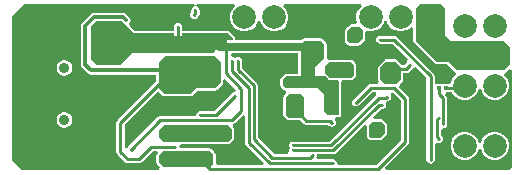
<source format=gbl>
G04*
G04 #@! TF.GenerationSoftware,Altium Limited,Altium Designer,22.7.1 (60)*
G04*
G04 Layer_Physical_Order=2*
G04 Layer_Color=16711680*
%FSLAX25Y25*%
%MOIN*%
G70*
G04*
G04 #@! TF.SameCoordinates,1362A066-ECE3-457F-9539-8A17BD865AD3*
G04*
G04*
G04 #@! TF.FilePolarity,Positive*
G04*
G01*
G75*
%ADD10C,0.00984*%
%ADD16R,0.02756X0.03543*%
%ADD18R,0.03543X0.02756*%
%ADD19R,0.02756X0.05118*%
%ADD20R,0.03800X0.03100*%
%ADD22R,0.03100X0.03800*%
%ADD23R,0.01181X0.01181*%
%ADD47C,0.01102*%
%ADD50C,0.07874*%
%ADD51C,0.03543*%
%ADD52C,0.00984*%
%ADD53R,0.04134X0.02559*%
%ADD54R,0.06299X0.03543*%
%ADD55R,0.06299X0.12992*%
%ADD56R,0.06299X0.04724*%
%ADD57C,0.01181*%
%ADD58C,0.02756*%
G36*
X118670Y57271D02*
X118760Y56819D01*
X117991Y56050D01*
X117369Y54973D01*
X117047Y53772D01*
Y52528D01*
X117298Y51590D01*
X116854Y50803D01*
X115303D01*
X114996Y50742D01*
X114736Y50568D01*
X114180Y50011D01*
X114159Y50000D01*
X114080Y49930D01*
X113993Y49872D01*
X113409Y49288D01*
X113235Y49028D01*
X113173Y48720D01*
X113173Y45294D01*
X113173Y45294D01*
X113235Y44987D01*
X113409Y44727D01*
X113409Y44727D01*
X114168Y43968D01*
X114168Y43968D01*
X114428Y43794D01*
X114735Y43733D01*
X117665D01*
X117973Y43794D01*
X118233Y43968D01*
X118233Y43968D01*
X119761Y45495D01*
X119935Y45756D01*
X119996Y46063D01*
Y48088D01*
X120620Y48567D01*
X121150Y48425D01*
X122394D01*
X123595Y48747D01*
X124672Y49369D01*
X125552Y50249D01*
X126174Y51326D01*
X126364Y52035D01*
X127179D01*
X127369Y51326D01*
X127991Y50249D01*
X128871Y49369D01*
X129948Y48747D01*
X131150Y48425D01*
X132394D01*
X133595Y48747D01*
X134672Y49369D01*
X135221Y49917D01*
X136008Y49591D01*
Y45276D01*
X136069Y44968D01*
X136243Y44708D01*
X143133Y37818D01*
X143394Y37644D01*
X143701Y37583D01*
X147305D01*
X150023Y34865D01*
X150047Y34849D01*
X150144Y34469D01*
X150160Y34115D01*
X150119Y33926D01*
X149369Y33176D01*
X148747Y32099D01*
X148597Y31540D01*
X148228Y30906D01*
X143110D01*
X143097Y31688D01*
Y33465D01*
X142993Y33987D01*
X142697Y34430D01*
X130453Y46674D01*
X130010Y46970D01*
X129488Y47074D01*
X124942D01*
X124420Y46970D01*
X123977Y46674D01*
X123681Y46231D01*
X123577Y45709D01*
X123681Y45186D01*
X123977Y44744D01*
X124420Y44448D01*
X124942Y44344D01*
X128923D01*
X134180Y39086D01*
X134009Y38145D01*
X133919Y38085D01*
X133065Y37231D01*
X132211D01*
X130489Y38954D01*
X130228Y39128D01*
X129921Y39189D01*
X126969D01*
X126969Y39189D01*
X126661Y39128D01*
X126401Y38954D01*
X124432Y36985D01*
X124258Y36725D01*
X124197Y36417D01*
Y32480D01*
X124258Y32173D01*
X124432Y31913D01*
X124548Y31797D01*
X124247Y31069D01*
X121831D01*
X121308Y30966D01*
X120866Y30670D01*
X115900Y25704D01*
X115604Y25261D01*
X115500Y24739D01*
X115604Y24217D01*
X115900Y23774D01*
X116343Y23478D01*
X116865Y23374D01*
X117387Y23478D01*
X117830Y23774D01*
X122396Y28340D01*
X123526D01*
X123612Y28213D01*
X123660Y27312D01*
X108085Y11738D01*
X95866D01*
X95740Y11713D01*
X95612D01*
X95493Y11663D01*
X95367Y11638D01*
X95260Y11567D01*
X95141Y11518D01*
X95051Y11427D01*
X94944Y11356D01*
X94872Y11249D01*
X94781Y11158D01*
X94732Y11039D01*
X94661Y10932D01*
X94636Y10806D01*
X94587Y10688D01*
Y10559D01*
X94561Y10433D01*
X94587Y10307D01*
Y10179D01*
X94636Y10060D01*
X94661Y9934D01*
X94732Y9827D01*
X94781Y9708D01*
X94839Y9651D01*
X94605Y9302D01*
X94501Y8779D01*
X94567Y8451D01*
X94236Y7859D01*
X94055Y7664D01*
X89542D01*
X84101Y13105D01*
Y30453D01*
X83997Y30975D01*
X83701Y31418D01*
X79022Y36097D01*
Y38484D01*
X78918Y39007D01*
X78623Y39449D01*
X78180Y39745D01*
X77658Y39849D01*
X77135Y39745D01*
X76556Y39548D01*
X76113Y39844D01*
X75757Y39914D01*
X75245Y40620D01*
X75414Y41099D01*
X97622D01*
Y34267D01*
X93504D01*
X93504Y34267D01*
X93197Y34206D01*
X92936Y34032D01*
X91952Y33048D01*
X91778Y32787D01*
X91717Y32480D01*
Y30512D01*
X91717Y30512D01*
X91778Y30205D01*
X91952Y29944D01*
X92936Y28960D01*
X93197Y28786D01*
X93452Y28735D01*
X93525Y28640D01*
X93532Y28628D01*
X93731Y27937D01*
X92936Y27143D01*
X92936Y27143D01*
X92762Y26882D01*
X92701Y26575D01*
Y20669D01*
X92701Y20669D01*
X92762Y20362D01*
X92936Y20102D01*
X93920Y19117D01*
X94181Y18943D01*
X94488Y18882D01*
X98282D01*
X99429Y17736D01*
X99871Y17440D01*
X100394Y17336D01*
X107702D01*
X107991Y17047D01*
X108434Y16751D01*
X108956Y16648D01*
X109478Y16751D01*
X109921Y17047D01*
X110217Y17490D01*
X110321Y18012D01*
X110217Y18535D01*
X109921Y18978D01*
X109795Y19104D01*
X110121Y19891D01*
X111250D01*
X111328Y19907D01*
X112037D01*
Y20617D01*
X112053Y20694D01*
Y31496D01*
X112093Y31698D01*
X112321Y32029D01*
X112373Y32082D01*
X112628Y32268D01*
X115354D01*
X115662Y32329D01*
X115922Y32503D01*
X116709Y33291D01*
X116883Y33551D01*
X116945Y33858D01*
Y37402D01*
X116883Y37709D01*
X116709Y37969D01*
X115922Y38757D01*
X115662Y38931D01*
X115354Y38992D01*
X107874D01*
X107705Y38958D01*
X107505Y39076D01*
X107336Y39228D01*
X107082Y39554D01*
X107102Y39655D01*
Y44291D01*
X107102Y44291D01*
X107041Y44599D01*
X106867Y44859D01*
X105883Y45843D01*
X105883Y45843D01*
X105622Y46017D01*
X105315Y46078D01*
X99410D01*
X99410Y46078D01*
X99102Y46017D01*
X98842Y45843D01*
X98513Y45515D01*
X76590D01*
Y46260D01*
X76529Y46567D01*
X76355Y46828D01*
X76355Y46828D01*
X74692Y48491D01*
X74431Y48665D01*
X74124Y48726D01*
X58845D01*
Y50000D01*
X58741Y50522D01*
X58445Y50965D01*
X58003Y51261D01*
X57480Y51365D01*
X56958Y51261D01*
X56515Y50965D01*
X56219Y50522D01*
X56116Y50000D01*
Y48726D01*
X42960D01*
X41417Y50270D01*
X41345Y51169D01*
X41649Y51625D01*
X41756Y52162D01*
X41649Y52700D01*
X41345Y53156D01*
X40358Y54143D01*
X39902Y54448D01*
X39364Y54555D01*
X29528D01*
X28990Y54448D01*
X28534Y54143D01*
X25581Y51190D01*
X25277Y50735D01*
X25170Y50197D01*
Y37402D01*
X25277Y36864D01*
X25581Y36408D01*
X27550Y34440D01*
X28006Y34135D01*
X28543Y34028D01*
X50378D01*
Y31879D01*
X37421Y18922D01*
X37125Y18479D01*
X37021Y17957D01*
Y8268D01*
X37125Y7745D01*
X37421Y7303D01*
X39819Y4905D01*
X40261Y4609D01*
X40784Y4505D01*
X44469D01*
X44991Y4609D01*
X45434Y4905D01*
X49105Y8576D01*
X50507D01*
X50808Y7849D01*
X50613Y7654D01*
X50439Y7394D01*
X50378Y7087D01*
Y4724D01*
X50378Y4724D01*
X50439Y4417D01*
X50613Y4157D01*
X50613Y4157D01*
X51590Y3181D01*
X51263Y2393D01*
X5481D01*
X2393Y5481D01*
Y53574D01*
X6426Y57607D01*
X63021D01*
X63098Y56819D01*
X62863Y56773D01*
X62421Y56477D01*
X62125Y56034D01*
X62021Y55512D01*
Y54893D01*
X61731Y54459D01*
X61627Y53937D01*
X61731Y53415D01*
X62027Y52972D01*
X62470Y52676D01*
X62992Y52572D01*
X63514Y52676D01*
X63957Y52972D01*
X64351Y53366D01*
X64647Y53808D01*
X64751Y54331D01*
Y55512D01*
X64647Y56034D01*
X64351Y56477D01*
X63908Y56773D01*
X63673Y56819D01*
X63751Y57607D01*
X76347D01*
X76544Y57271D01*
X76634Y56819D01*
X75865Y56050D01*
X75243Y54973D01*
X74921Y53772D01*
Y52528D01*
X75243Y51326D01*
X75865Y50249D01*
X76745Y49369D01*
X77822Y48747D01*
X79024Y48425D01*
X80268D01*
X81469Y48747D01*
X82547Y49369D01*
X83426Y50249D01*
X84048Y51326D01*
X84238Y52035D01*
X85053D01*
X85243Y51326D01*
X85865Y50249D01*
X86745Y49369D01*
X87822Y48747D01*
X89024Y48425D01*
X90268D01*
X91469Y48747D01*
X92546Y49369D01*
X93426Y50249D01*
X94048Y51326D01*
X94370Y52528D01*
Y53772D01*
X94048Y54973D01*
X93426Y56050D01*
X92657Y56819D01*
X92747Y57271D01*
X92944Y57607D01*
X118473D01*
X118670Y57271D01*
D02*
G37*
G36*
X119193Y48917D02*
Y46063D01*
X117665Y44535D01*
X114735D01*
X113976Y45294D01*
X113976Y48720D01*
X114560Y49304D01*
X114673Y49369D01*
X115303Y50000D01*
X118110D01*
X119193Y48917D01*
D02*
G37*
G36*
X39358Y51169D02*
X39431Y51120D01*
X42628Y47923D01*
X56116D01*
Y45669D01*
X56219Y45147D01*
X56515Y44704D01*
X57696Y43523D01*
X58139Y43227D01*
X58661Y43123D01*
X59184Y43227D01*
X59627Y43523D01*
X59922Y43966D01*
X60026Y44488D01*
X59922Y45011D01*
X59627Y45453D01*
X58845Y46235D01*
Y47923D01*
X74124D01*
X75787Y46260D01*
Y45515D01*
X71457D01*
X70612Y45347D01*
X69896Y44868D01*
X69417Y44152D01*
X69249Y43307D01*
X69417Y42462D01*
X69834Y41839D01*
X69674Y41339D01*
X42323D01*
X38386Y37402D01*
X30512D01*
X28543Y39370D01*
Y50178D01*
X30110Y51745D01*
X38782D01*
X39358Y51169D01*
D02*
G37*
G36*
X146653Y56102D02*
Y47244D01*
X148622Y45276D01*
X166339D01*
X168307Y43307D01*
Y37402D01*
X166339Y35433D01*
X150591D01*
X147638Y38386D01*
X143701D01*
X136811Y45276D01*
Y56102D01*
X138315Y57607D01*
X145149D01*
X146653Y56102D01*
D02*
G37*
G36*
X116142Y37402D02*
Y33858D01*
X115354Y33071D01*
X108268D01*
X106693Y34646D01*
Y37008D01*
X107874Y38189D01*
X115354D01*
X116142Y37402D01*
D02*
G37*
G36*
X131890Y36417D02*
Y32480D01*
X130213Y30804D01*
X129971Y30966D01*
X129449Y31069D01*
X126411D01*
X125000Y32480D01*
Y36417D01*
X126969Y38386D01*
X129921D01*
X131890Y36417D01*
D02*
G37*
G36*
X140367Y32899D02*
Y5709D01*
X140471Y5186D01*
X140767Y4744D01*
X141210Y4448D01*
X141732Y4344D01*
X142255Y4448D01*
X142697Y4744D01*
X142993Y5186D01*
X143097Y5709D01*
Y10971D01*
X143885Y11392D01*
X143966Y11338D01*
X144488Y11234D01*
X145010Y11338D01*
X145453Y11633D01*
X145749Y12076D01*
X145853Y12598D01*
X145749Y13121D01*
X145453Y13564D01*
X145262Y13754D01*
Y15504D01*
X145965Y16155D01*
X146487Y16259D01*
X146930Y16555D01*
X147225Y16997D01*
X147329Y17520D01*
Y26083D01*
X147225Y26605D01*
X146930Y27048D01*
X146615Y27362D01*
X146642Y27512D01*
X146814Y27936D01*
X146967Y28123D01*
X148937D01*
X149369Y27375D01*
X150249Y26495D01*
X151326Y25873D01*
X152528Y25551D01*
X153772D01*
X154973Y25873D01*
X156051Y26495D01*
X156930Y27375D01*
X157552Y28452D01*
X157742Y29161D01*
X158557D01*
X158747Y28452D01*
X159369Y27375D01*
X160249Y26495D01*
X161326Y25873D01*
X162528Y25551D01*
X163772D01*
X164973Y25873D01*
X166051Y26495D01*
X166930Y27375D01*
X167552Y28452D01*
X167874Y29654D01*
Y30898D01*
X167552Y32099D01*
X166930Y33176D01*
X166264Y33843D01*
X166296Y34182D01*
X166481Y34635D01*
X166502Y34663D01*
X166646Y34691D01*
X166906Y34865D01*
X166906Y34865D01*
X168021Y35980D01*
X168749Y35679D01*
Y3394D01*
X167747Y2393D01*
X127006D01*
X126704Y3121D01*
X134233Y10649D01*
X134529Y11092D01*
X134633Y11614D01*
Y25886D01*
X134529Y26408D01*
X134233Y26851D01*
X131359Y29724D01*
X131496Y30512D01*
D01*
X131742Y31197D01*
X132457Y31913D01*
X132632Y32173D01*
X132693Y32480D01*
Y34501D01*
X133630D01*
X134153Y34605D01*
X134595Y34901D01*
X135849Y36155D01*
X135909Y36244D01*
X136851Y36416D01*
X140367Y32899D01*
D02*
G37*
G36*
X76884Y29060D02*
X76499Y28339D01*
X76490Y28335D01*
X76452Y28343D01*
X75930Y28239D01*
X75487Y27943D01*
X69578Y22034D01*
X65059D01*
X64537Y21930D01*
X64094Y21634D01*
X63798Y21192D01*
X63694Y20669D01*
X63280Y20164D01*
X51575D01*
X51052Y20060D01*
X50610Y19764D01*
X40767Y9922D01*
X40538Y9579D01*
X40151Y9582D01*
X39751Y9710D01*
Y17391D01*
X50966Y28607D01*
X52582Y26991D01*
X52842Y26817D01*
X53150Y26756D01*
X61717D01*
X61717Y26756D01*
X62025Y26817D01*
X62285Y26991D01*
X62528Y27234D01*
X62967D01*
Y27674D01*
X64018Y28725D01*
X69882D01*
X69882Y28725D01*
X70189Y28786D01*
X70450Y28960D01*
X72418Y30928D01*
X72592Y31189D01*
X72653Y31496D01*
Y32262D01*
X73381Y32563D01*
X76884Y29060D01*
D02*
G37*
G36*
X71850Y38189D02*
X71850Y31496D01*
X69882Y29528D01*
X63686D01*
X61717Y27559D01*
X53150D01*
X51181Y29528D01*
Y38386D01*
X53150Y40354D01*
X69685D01*
X71850Y38189D01*
D02*
G37*
G36*
X131903Y25321D02*
Y12179D01*
X123608Y3885D01*
X111311D01*
X110617Y4429D01*
X110513Y4951D01*
X110217Y5394D01*
X109774Y5690D01*
X109252Y5794D01*
X104049D01*
X103700Y6581D01*
X103820Y6761D01*
X103924Y7283D01*
X104032Y7415D01*
X109310D01*
X109832Y7519D01*
X110275Y7814D01*
X119694Y17233D01*
X119829Y17214D01*
X120457Y16883D01*
X120457Y13700D01*
X120457Y13700D01*
X120518Y13393D01*
X120692Y13132D01*
X120692Y13132D01*
X121451Y12373D01*
X121451Y12373D01*
X121712Y12199D01*
X122019Y12138D01*
X124949D01*
X125256Y12199D01*
X125516Y12373D01*
X125516Y12373D01*
X127044Y13901D01*
X127218Y14161D01*
X127279Y14469D01*
Y17323D01*
X127218Y17630D01*
X127044Y17890D01*
X125961Y18973D01*
X125701Y19147D01*
X125394Y19208D01*
X122783D01*
X122451Y19836D01*
X122432Y19971D01*
X125079Y22618D01*
X125163D01*
X125492Y22553D01*
X126014Y22656D01*
X126457Y22952D01*
X126753Y23395D01*
X126857Y23917D01*
X126781Y24298D01*
X127195Y25083D01*
X127197Y25085D01*
X127696Y25185D01*
X128119Y25467D01*
X128285Y25633D01*
X128356Y25739D01*
X128447Y25830D01*
X128496Y25949D01*
X128568Y26056D01*
X128593Y26182D01*
X128642Y26301D01*
Y26429D01*
X128667Y26555D01*
X128642Y26681D01*
Y26810D01*
X128593Y26928D01*
X128568Y27054D01*
X128496Y27161D01*
X128474Y27214D01*
X128474Y27376D01*
X128586Y27763D01*
X128693Y27947D01*
X128780Y28046D01*
X129132Y28091D01*
X131903Y25321D01*
D02*
G37*
G36*
X106299Y44291D02*
Y39655D01*
X103347Y36702D01*
X103347Y33465D01*
X106739D01*
X107700Y32503D01*
X107960Y32329D01*
X108268Y32268D01*
X110773D01*
X111250Y31496D01*
Y20694D01*
X107450D01*
X106299Y21845D01*
X106299Y27559D01*
X104331Y29528D01*
X93504D01*
X92520Y30512D01*
Y32480D01*
X93504Y33465D01*
X98425D01*
Y44291D01*
X99410Y45276D01*
X105315D01*
X106299Y44291D01*
D02*
G37*
G36*
X98425Y27559D02*
X99410Y26575D01*
Y20669D01*
X98425Y19685D01*
X94488D01*
X93504Y20669D01*
Y26575D01*
X94488Y27559D01*
X95472D01*
X98425Y27559D01*
D02*
G37*
G36*
X126476Y17323D02*
Y14469D01*
X124949Y12941D01*
X122019D01*
X121260Y13700D01*
X121260Y17126D01*
X122539Y18406D01*
X125394D01*
X126476Y17323D01*
D02*
G37*
G36*
X75590Y15748D02*
Y12992D01*
X74213Y11614D01*
X52756D01*
X51181Y13189D01*
Y15551D01*
X52756Y17126D01*
X74213D01*
X75590Y15748D01*
D02*
G37*
G36*
X79875Y20188D02*
Y11378D01*
X79979Y10856D01*
X80275Y10413D01*
X86076Y4612D01*
X85775Y3885D01*
X70808D01*
X70094Y4331D01*
Y7480D01*
X70094Y7480D01*
X70033Y7788D01*
X69859Y8048D01*
X69859Y8048D01*
X69685Y8222D01*
Y8465D01*
X69442D01*
X68678Y9229D01*
X68418Y9403D01*
X68110Y9464D01*
X58320D01*
X57903Y10107D01*
X58399Y10811D01*
X74213D01*
X74520Y10872D01*
X74780Y11046D01*
X76158Y12424D01*
X76158Y12424D01*
X76332Y12685D01*
X76393Y12992D01*
Y15748D01*
X76393Y15748D01*
X76332Y16055D01*
X76158Y16316D01*
X75776Y16698D01*
X75957Y17505D01*
X76015Y17572D01*
X76408Y17834D01*
X79088Y20515D01*
X79875Y20188D01*
D02*
G37*
G36*
X69291Y7480D02*
Y4331D01*
X68110Y3150D01*
X52756D01*
X51181Y4724D01*
Y7087D01*
X52671Y8576D01*
X56496D01*
X56925Y8661D01*
X68110D01*
X69291Y7480D01*
D02*
G37*
%LPC*%
G36*
X20022Y38780D02*
X19348D01*
X18697Y38605D01*
X18114Y38268D01*
X17637Y37792D01*
X17300Y37208D01*
X17126Y36557D01*
Y35884D01*
X17300Y35233D01*
X17637Y34649D01*
X18114Y34173D01*
X18697Y33836D01*
X19348Y33661D01*
X20022D01*
X20673Y33836D01*
X21256Y34173D01*
X21733Y34649D01*
X22070Y35233D01*
X22244Y35884D01*
Y36557D01*
X22070Y37208D01*
X21733Y37792D01*
X21256Y38268D01*
X20673Y38605D01*
X20022Y38780D01*
D02*
G37*
G36*
Y21457D02*
X19348D01*
X18697Y21282D01*
X18114Y20945D01*
X17637Y20469D01*
X17300Y19885D01*
X17126Y19234D01*
Y18561D01*
X17300Y17910D01*
X17637Y17326D01*
X18114Y16850D01*
X18697Y16513D01*
X19348Y16339D01*
X20022D01*
X20673Y16513D01*
X21256Y16850D01*
X21733Y17326D01*
X22070Y17910D01*
X22244Y18561D01*
Y19234D01*
X22070Y19885D01*
X21733Y20469D01*
X21256Y20945D01*
X20673Y21282D01*
X20022Y21457D01*
D02*
G37*
G36*
X163772Y15000D02*
X162528D01*
X161326Y14678D01*
X160249Y14056D01*
X159369Y13176D01*
X158747Y12099D01*
X158557Y11390D01*
X157742D01*
X157552Y12099D01*
X156930Y13176D01*
X156051Y14056D01*
X154973Y14678D01*
X153772Y15000D01*
X152528D01*
X151326Y14678D01*
X150249Y14056D01*
X149369Y13176D01*
X148747Y12099D01*
X148425Y10898D01*
Y9654D01*
X148747Y8452D01*
X149369Y7375D01*
X150249Y6495D01*
X151326Y5873D01*
X152528Y5551D01*
X153772D01*
X154973Y5873D01*
X156051Y6495D01*
X156930Y7375D01*
X157552Y8452D01*
X157742Y9161D01*
X158557D01*
X158747Y8452D01*
X159369Y7375D01*
X160249Y6495D01*
X161326Y5873D01*
X162528Y5551D01*
X163772D01*
X164973Y5873D01*
X166051Y6495D01*
X166930Y7375D01*
X167552Y8452D01*
X167874Y9654D01*
Y10898D01*
X167552Y12099D01*
X166930Y13176D01*
X166051Y14056D01*
X164973Y14678D01*
X163772Y15000D01*
D02*
G37*
%LPD*%
D10*
X95866Y10433D02*
X108625D01*
X124582Y26390D01*
X127197D01*
X127362Y26555D01*
D16*
X110531Y46949D02*
D03*
X116437D02*
D03*
X129626Y15354D02*
D03*
X123721D02*
D03*
D18*
X96457Y21654D02*
D03*
Y15748D02*
D03*
Y31496D02*
D03*
Y25591D02*
D03*
X109153Y36024D02*
D03*
Y41929D02*
D03*
D19*
X121850Y33858D02*
D03*
X129331D02*
D03*
X116437Y29724D02*
D03*
X108957D02*
D03*
D20*
X115650Y22244D02*
D03*
X109350D02*
D03*
D22*
X144685Y35236D02*
D03*
Y41536D02*
D03*
X72441Y7972D02*
D03*
Y14272D02*
D03*
X60630Y23622D02*
D03*
Y29922D02*
D03*
X64961Y50788D02*
D03*
Y44488D02*
D03*
X113386Y41634D02*
D03*
Y35334D02*
D03*
D23*
X144488Y29528D02*
D03*
X146850D02*
D03*
D47*
X65059Y20669D02*
X70143D01*
X76452Y26978D01*
X61910Y18799D02*
X75442D01*
X78642Y21998D01*
X116865Y24739D02*
X121831Y29705D01*
X57087Y35433D02*
X59055Y37402D01*
X62992Y53937D02*
X63386Y54331D01*
Y55512D01*
X44469Y5870D02*
X48539Y9941D01*
X40784Y5870D02*
X44469D01*
X48539Y9941D02*
X56496D01*
X38386Y8268D02*
X40784Y5870D01*
X38386Y17957D02*
X55862Y35433D01*
X57087D01*
X38386Y8268D02*
Y17957D01*
X41732Y8957D02*
X51575Y18799D01*
X61910D01*
X133268Y11614D02*
Y25886D01*
X124173Y2520D02*
X133268Y11614D01*
X68346Y2520D02*
X124173D01*
X95866Y8779D02*
X109310D01*
X124513Y23983D01*
X88189Y4429D02*
X109252D01*
X125427Y23983D02*
X125492Y23917D01*
X124513Y23983D02*
X125427D01*
X121831Y29705D02*
X129449D01*
X101575Y6299D02*
X102559Y7283D01*
X129449Y29705D02*
X133268Y25886D01*
X108268Y18701D02*
X108956Y18012D01*
X88976Y6299D02*
X101575D01*
X82736Y12539D02*
X88976Y6299D01*
X82736Y12539D02*
Y30453D01*
X81240Y11378D02*
X88189Y4429D01*
X81240Y11378D02*
Y29685D01*
X73465Y34409D02*
X78642Y29232D01*
Y21998D02*
Y29232D01*
X73465Y34409D02*
Y42677D01*
X72835Y43307D02*
X73465Y42677D01*
X75590Y35335D02*
Y38583D01*
Y35335D02*
X81240Y29685D01*
X77658Y35531D02*
X82736Y30453D01*
X77658Y35531D02*
Y38484D01*
X70866Y43898D02*
X71457Y43307D01*
X129331Y35039D02*
X130157Y35866D01*
X133630D02*
X134884Y37120D01*
X129331Y33858D02*
Y35039D01*
X130157Y35866D02*
X133630D01*
X141732Y5709D02*
Y33465D01*
X124942Y45709D02*
X129488D01*
X141732Y33465D01*
X57480Y45669D02*
Y50000D01*
Y45669D02*
X58661Y44488D01*
X98268Y20827D02*
X100394Y18701D01*
X108268D01*
X96457Y21654D02*
X97284Y20827D01*
X98268D01*
X108563Y21457D02*
X109350Y22244D01*
X108563Y21260D02*
Y21457D01*
X145965Y17520D02*
Y26083D01*
X144488Y27559D02*
X145965Y26083D01*
X143898Y13189D02*
Y19094D01*
Y13189D02*
X144488Y12598D01*
X143898Y19094D02*
X144468Y19665D01*
X146850Y29528D02*
X146890Y29488D01*
X153583D01*
X153779Y29291D01*
X144488Y27559D02*
Y29528D01*
X66831Y4035D02*
X68346Y2520D01*
X66831Y4035D02*
Y6398D01*
D50*
X79646Y53150D02*
D03*
X89646D02*
D03*
X111772D02*
D03*
X121772D02*
D03*
X131772D02*
D03*
X141772D02*
D03*
X163150Y10276D02*
D03*
Y20276D02*
D03*
Y30276D02*
D03*
Y40276D02*
D03*
Y50276D02*
D03*
X153150Y10276D02*
D03*
Y20276D02*
D03*
Y30276D02*
D03*
Y40276D02*
D03*
Y50276D02*
D03*
D51*
X19685Y36220D02*
D03*
Y18898D02*
D03*
D52*
X65059Y20669D02*
D03*
X146653Y34449D02*
D03*
X143701D02*
D03*
X117126Y4921D02*
D03*
X53150Y21654D02*
D03*
X62008D02*
D03*
X91535Y36417D02*
D03*
X94488D02*
D03*
X91535Y39370D02*
D03*
X86614Y17717D02*
D03*
Y20669D02*
D03*
Y23622D02*
D03*
Y26575D02*
D03*
X71850Y5906D02*
D03*
X83661D02*
D03*
X73819Y8858D02*
D03*
X77756D02*
D03*
X98425Y55118D02*
D03*
X102362Y51181D02*
D03*
X98425D02*
D03*
X106299D02*
D03*
X59055Y21654D02*
D03*
X94488Y39370D02*
D03*
X146653Y31496D02*
D03*
X86614Y29528D02*
D03*
X56102Y21654D02*
D03*
X143701Y31496D02*
D03*
X111221Y40354D02*
D03*
X112205Y18701D02*
D03*
X123031Y4921D02*
D03*
X120079D02*
D03*
X128937Y3937D02*
D03*
X102362Y55118D02*
D03*
X106299D02*
D03*
X98425Y17717D02*
D03*
X100394Y12795D02*
D03*
X98425Y14764D02*
D03*
X48228Y53150D02*
D03*
Y50197D02*
D03*
X45276D02*
D03*
Y53150D02*
D03*
Y56102D02*
D03*
X48228D02*
D03*
X79724Y5906D02*
D03*
X77756Y11811D02*
D03*
X75787Y5906D02*
D03*
X116865Y24739D02*
D03*
X56496Y9941D02*
D03*
X41732Y8957D02*
D03*
X123721Y15354D02*
D03*
X95866Y10433D02*
D03*
Y8779D02*
D03*
X109252Y4429D02*
D03*
X102559Y7283D02*
D03*
X125492Y23917D02*
D03*
X127362Y26555D02*
D03*
X108956Y18012D02*
D03*
X61910Y18799D02*
D03*
X59055Y37402D02*
D03*
X62992D02*
D03*
X76452Y26978D02*
D03*
X75590Y38583D02*
D03*
X77658Y38484D02*
D03*
X64961Y36417D02*
D03*
X105315Y43307D02*
D03*
X103347Y41339D02*
D03*
X101378Y43307D02*
D03*
X110335Y28909D02*
D03*
Y31046D02*
D03*
X125984Y33465D02*
D03*
Y35433D02*
D03*
X134884Y37120D02*
D03*
X57480Y50000D02*
D03*
X108563Y21260D02*
D03*
X124942Y45709D02*
D03*
X117087D02*
D03*
X34449Y53150D02*
D03*
X40351Y52162D02*
D03*
X63386Y55512D02*
D03*
X62992Y53937D02*
D03*
X141732Y5709D02*
D03*
X144468Y19665D02*
D03*
X145965Y17520D02*
D03*
X144488Y12598D02*
D03*
X108563Y35039D02*
D03*
D53*
X54429Y6398D02*
D03*
X66831D02*
D03*
X54429Y14862D02*
D03*
X66831D02*
D03*
D54*
X70866Y55315D02*
D03*
Y43898D02*
D03*
X66535Y25787D02*
D03*
Y37205D02*
D03*
D55*
X33465Y44488D02*
D03*
D56*
X58661Y35433D02*
D03*
Y44488D02*
D03*
Y53543D02*
D03*
D57*
X28543Y35433D02*
X55862D01*
X26575Y37402D02*
Y50197D01*
Y37402D02*
X28543Y35433D01*
X26575Y50197D02*
X29528Y53150D01*
X34449D01*
X39364D01*
X40351Y52162D01*
D58*
X72835Y43307D02*
X101378D01*
X71457D02*
X72835D01*
M02*

</source>
